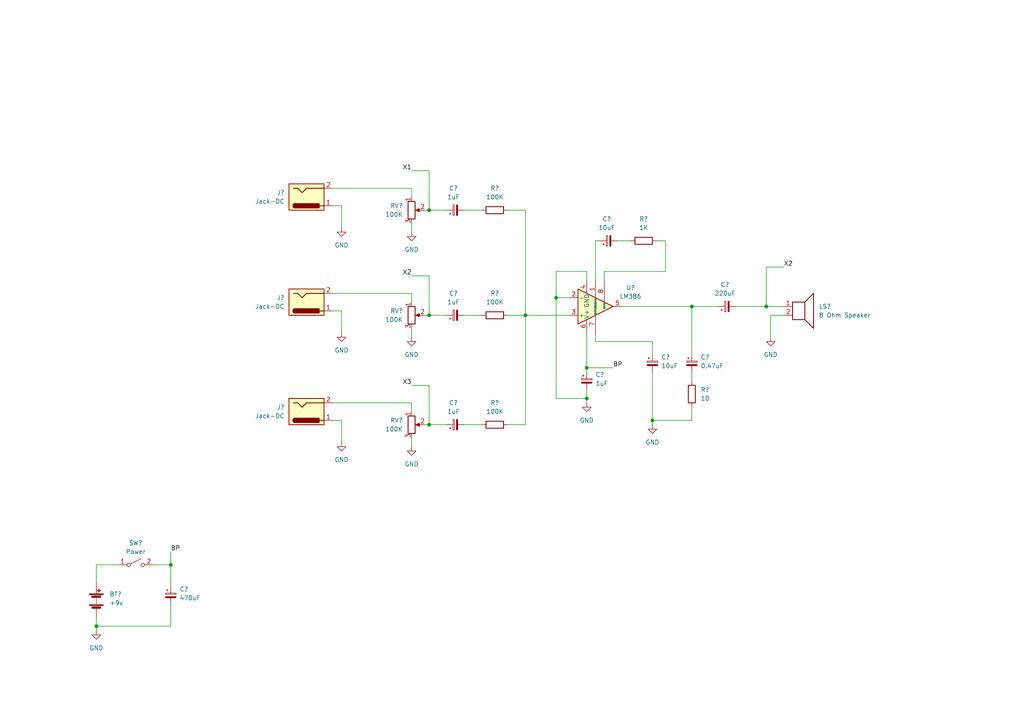
<source format=kicad_sch>
(kicad_sch (version 20211123) (generator eeschema)
  (paper "A4")
  (lib_symbols
    (symbol "Amplifier_Audio:LM386" (pin_names (offset 0.127))
      (property "Reference" "U" (at 1.27 7.62 0))
      (property "Value" "LM386" (at 1.27 5.08 0))
      (symbol "LM386_0_1"
        (polyline (pts (xy 5.08 0) (xy -5.08 5.08) (xy -5.08 -5.08) (xy 5.08 0)) (stroke (width 0.254)) (fill (type background)))
      )
      (symbol "LM386_1_1"
        (pin input line (at 0 -7.62 90) (length 5.08) (name "GAIN") (number "1"))
        (pin input line (at -7.62 -2.54 0) (length 2.54) (name "-") (number "2"))
        (pin input line (at -7.62 2.54 0) (length 2.54) (name "+") (number "3"))
        (pin power_in line (at -2.54 -7.62 90) (length 3.81) (name "GND") (number "4"))
        (pin output line (at 7.62 0 180) (length 2.54) (name "~") (number "5"))
        (pin power_in line (at -2.54 7.62 270) (length 3.81) (name "V+") (number "6"))
        (pin input line (at 0 7.62 270) (length 5.08) (name "BYPASS") (number "7"))
        (pin input line (at 2.54 -7.62 90) (length 6.35) (name "GAIN") (number "8"))
      )
    )
    (symbol "Connector:Jack-DC" (pin_names (offset 1.016))
      (property "Reference" "J" (at 0 5.334 0))
      (property "Value" "Jack-DC" (at 0 -5.08 0))
      (symbol "Jack-DC_0_1"
        (rectangle (start -5.08 3.81) (end 5.08 -3.81) (stroke (width 0.254)) (fill (type background)))
        (arc (start -3.302 3.175) (mid -3.937 2.54) (end -3.302 1.905) (stroke (width 0.254)))
        (arc (start -3.302 3.175) (mid -3.937 2.54) (end -3.302 1.905) (stroke (width 0.254)) (fill (type outline)))
        (polyline (pts (xy 5.08 2.54) (xy 3.81 2.54)) (stroke (width 0.254)))
        (polyline (pts (xy -3.81 -2.54) (xy -2.54 -2.54) (xy -1.27 -1.27) (xy 0 -2.54) (xy 2.54 -2.54) (xy 5.08 -2.54)) (stroke (width 0.254)))
        (rectangle (start 3.683 3.175) (end -3.302 1.905) (stroke (width 0.254)) (fill (type outline)))
      )
      (symbol "Jack-DC_1_1"
        (pin passive line (at 7.62 2.54 180) (length 2.54) (name "~") (number "1"))
        (pin passive line (at 7.62 -2.54 180) (length 2.54) (name "~") (number "2"))
      )
    )
    (symbol "Device:Battery" (pin_numbers hide) (pin_names (offset 0) hide)
      (property "Reference" "BT" (at 2.54 2.54 0))
      (property "Value" "Battery" (at 2.54 0 0))
      (symbol "Battery_0_1"
        (rectangle (start -2.032 -1.397) (end 2.032 -1.651) (fill (type outline)))
        (rectangle (start -2.032 1.778) (end 2.032 1.524) (fill (type outline)))
        (rectangle (start -1.3208 -1.9812) (end 1.27 -2.4892) (fill (type outline)))
        (rectangle (start -1.3208 1.1938) (end 1.27 0.6858) (fill (type outline)))
        (polyline (pts (xy 0 -1.524) (xy 0 -1.27)))
        (polyline (pts (xy 0 -1.016) (xy 0 -0.762)))
        (polyline (pts (xy 0 -0.508) (xy 0 -0.254)))
        (polyline (pts (xy 0 0) (xy 0 0.254)))
        (polyline (pts (xy 0 0.508) (xy 0 0.762)))
        (polyline (pts (xy 0 1.778) (xy 0 2.54)))
        (polyline (pts (xy 0.254 2.667) (xy 1.27 2.667)) (stroke (width 0.254)))
        (polyline (pts (xy 0.762 3.175) (xy 0.762 2.159)) (stroke (width 0.254)))
      )
      (symbol "Battery_1_1"
        (pin passive line (at 0 5.08 270) (length 2.54) (name "+") (number "1"))
        (pin passive line (at 0 -5.08 90) (length 2.54) (name "-") (number "2"))
      )
    )
    (symbol "Device:C_Polarized_Small" (pin_numbers hide) (pin_names (offset 0.254) hide)
      (property "Reference" "C" (at 0.254 1.778 0))
      (property "Value" "C_Polarized_Small" (at 0.254 -2.032 0))
      (symbol "C_Polarized_Small_0_1"
        (rectangle (start -1.524 -0.3048) (end 1.524 -0.6858) (fill (type outline)))
        (rectangle (start -1.524 0.6858) (end 1.524 0.3048))
        (polyline (pts (xy -1.27 1.524) (xy -0.762 1.524)))
        (polyline (pts (xy -1.016 1.27) (xy -1.016 1.778)))
      )
      (symbol "C_Polarized_Small_1_1"
        (pin passive line (at 0 2.54 270) (length 1.8542) (name "~") (number "1"))
        (pin passive line (at 0 -2.54 90) (length 1.8542) (name "~") (number "2"))
      )
    )
    (symbol "Device:R" (pin_numbers hide) (pin_names (offset 0))
      (property "Reference" "R" (at 2.032 0 90))
      (property "Value" "R" (at 0 0 90))
      (symbol "R_0_1"
        (rectangle (start -1.016 -2.54) (end 1.016 2.54) (stroke (width 0.254)))
      )
      (symbol "R_1_1"
        (pin passive line (at 0 3.81 270) (length 1.27) (name "~") (number "1"))
        (pin passive line (at 0 -3.81 90) (length 1.27) (name "~") (number "2"))
      )
    )
    (symbol "Device:R_Potentiometer" (pin_names (offset 1.016) hide)
      (property "Reference" "RV" (at -4.445 0 90))
      (property "Value" "R_Potentiometer" (at -2.54 0 90))
      (symbol "R_Potentiometer_0_1"
        (polyline (pts (xy 2.54 0) (xy 1.524 0)))
        (polyline (pts (xy 1.143 0) (xy 2.286 0.508) (xy 2.286 -0.508) (xy 1.143 0)) (fill (type outline)))
        (rectangle (start 1.016 2.54) (end -1.016 -2.54) (stroke (width 0.254)))
      )
      (symbol "R_Potentiometer_1_1"
        (pin passive line (at 0 3.81 270) (length 1.27) (name "1") (number "1"))
        (pin passive line (at 3.81 0 180) (length 1.27) (name "2") (number "2"))
        (pin passive line (at 0 -3.81 90) (length 1.27) (name "3") (number "3"))
      )
    )
    (symbol "Device:Speaker" (pin_names (offset 0) hide)
      (property "Reference" "LS" (at 1.27 5.715 0))
      (property "Value" "Speaker" (at 1.27 3.81 0))
      (symbol "Speaker_0_0"
        (rectangle (start -2.54 1.27) (end 1.016 -3.81) (stroke (width 0.254)))
        (polyline (pts (xy 1.016 1.27) (xy 3.556 3.81) (xy 3.556 -6.35) (xy 1.016 -3.81)) (stroke (width 0.254)))
      )
      (symbol "Speaker_1_1"
        (pin input line (at -5.08 0 0) (length 2.54) (name "1") (number "1"))
        (pin input line (at -5.08 -2.54 0) (length 2.54) (name "2") (number "2"))
      )
    )
    (symbol "Switch:SW_SPST" (pin_names (offset 0) hide)
      (property "Reference" "SW" (at 0 3.175 0))
      (property "Value" "SW_SPST" (at 0 -2.54 0))
      (symbol "SW_SPST_0_0"
        (circle (center -2.032 0) (radius 0.508))
        (polyline (pts (xy -1.524 0.254) (xy 1.524 1.778)))
        (circle (center 2.032 0) (radius 0.508))
      )
      (symbol "SW_SPST_1_1"
        (pin passive line (at -5.08 0 0) (length 2.54) (name "A") (number "1"))
        (pin passive line (at 5.08 0 180) (length 2.54) (name "B") (number "2"))
      )
    )
    (symbol "power:GND" (power) (pin_names (offset 0))
      (property "Value" "GND" (at 0 -3.81 0))
      (symbol "GND_0_1"
        (polyline (pts (xy 0 0) (xy 0 -1.27) (xy 1.27 -1.27) (xy 0 -2.54) (xy -1.27 -1.27) (xy 0 -1.27)))
      )
      (symbol "GND_1_1"
        (pin power_in line (at 0 0 270) (length 0) hide (name "GND") (number "1"))
      )
    )
  )
  (junction (at 200.66 88.9))
  (junction (at 124.46 123.19))
  (junction (at 27.94 181.61))
  (junction (at 161.29 86.36))
  (junction (at 152.4 91.44))
  (junction (at 49.53 163.83))
  (junction (at 170.18 115.57))
  (junction (at 222.25 88.9))
  (junction (at 189.23 121.92))
  (junction (at 170.18 106.68))
  (junction (at 124.46 60.96))
  (junction (at 124.46 91.44))
  (wire (pts (xy 170.18 78.74) (xy 161.29 78.74)))
  (wire (pts (xy 222.25 77.47) (xy 227.33 77.47)))
  (wire (pts (xy 193.04 78.74) (xy 175.26 78.74)))
  (wire (pts (xy 119.38 111.76) (xy 124.46 111.76)))
  (wire (pts (xy 189.23 107.95) (xy 189.23 121.92)))
  (wire (pts (xy 170.18 115.57) (xy 170.18 116.84)))
  (wire (pts (xy 170.18 96.52) (xy 170.18 106.68)))
  (wire (pts (xy 134.62 60.96) (xy 139.7 60.96)))
  (wire (pts (xy 170.18 106.68) (xy 177.8 106.68)))
  (wire (pts (xy 119.38 64.77) (xy 119.38 67.31)))
  (wire (pts (xy 152.4 91.44) (xy 152.4 123.19)))
  (wire (pts (xy 96.52 90.17) (xy 99.06 90.17)))
  (wire (pts (xy 123.19 91.44) (xy 124.46 91.44)))
  (wire (pts (xy 96.52 116.84) (xy 119.38 116.84)))
  (wire (pts (xy 124.46 123.19) (xy 124.46 111.76)))
  (wire (pts (xy 170.18 113.03) (xy 170.18 115.57)))
  (wire (pts (xy 189.23 123.19) (xy 189.23 121.92)))
  (wire (pts (xy 99.06 121.92) (xy 99.06 128.27)))
  (wire (pts (xy 200.66 121.92) (xy 200.66 118.11)))
  (wire (pts (xy 200.66 88.9) (xy 208.28 88.9)))
  (wire (pts (xy 96.52 85.09) (xy 119.38 85.09)))
  (wire (pts (xy 123.19 60.96) (xy 124.46 60.96)))
  (wire (pts (xy 172.72 69.85) (xy 172.72 81.28)))
  (wire (pts (xy 152.4 91.44) (xy 165.1 91.44)))
  (wire (pts (xy 200.66 88.9) (xy 200.66 102.87)))
  (wire (pts (xy 170.18 81.28) (xy 170.18 78.74)))
  (wire (pts (xy 193.04 69.85) (xy 193.04 78.74)))
  (wire (pts (xy 179.07 69.85) (xy 182.88 69.85)))
  (wire (pts (xy 99.06 90.17) (xy 99.06 96.52)))
  (wire (pts (xy 172.72 69.85) (xy 173.99 69.85)))
  (wire (pts (xy 170.18 106.68) (xy 170.18 107.95)))
  (wire (pts (xy 189.23 121.92) (xy 200.66 121.92)))
  (wire (pts (xy 213.36 88.9) (xy 222.25 88.9)))
  (wire (pts (xy 172.72 99.06) (xy 189.23 99.06)))
  (wire (pts (xy 200.66 107.95) (xy 200.66 110.49)))
  (wire (pts (xy 119.38 57.15) (xy 119.38 54.61)))
  (wire (pts (xy 49.53 181.61) (xy 49.53 175.26)))
  (wire (pts (xy 175.26 78.74) (xy 175.26 81.28)))
  (wire (pts (xy 27.94 168.91) (xy 27.94 163.83)))
  (wire (pts (xy 172.72 96.52) (xy 172.72 99.06)))
  (wire (pts (xy 96.52 121.92) (xy 99.06 121.92)))
  (wire (pts (xy 123.19 123.19) (xy 124.46 123.19)))
  (wire (pts (xy 119.38 87.63) (xy 119.38 85.09)))
  (wire (pts (xy 190.5 69.85) (xy 193.04 69.85)))
  (wire (pts (xy 96.52 59.69) (xy 99.06 59.69)))
  (wire (pts (xy 161.29 86.36) (xy 161.29 115.57)))
  (wire (pts (xy 152.4 60.96) (xy 152.4 91.44)))
  (wire (pts (xy 27.94 163.83) (xy 34.29 163.83)))
  (wire (pts (xy 27.94 181.61) (xy 27.94 182.88)))
  (wire (pts (xy 147.32 60.96) (xy 152.4 60.96)))
  (wire (pts (xy 147.32 91.44) (xy 152.4 91.44)))
  (wire (pts (xy 99.06 59.69) (xy 99.06 66.04)))
  (wire (pts (xy 161.29 115.57) (xy 170.18 115.57)))
  (wire (pts (xy 124.46 60.96) (xy 129.54 60.96)))
  (wire (pts (xy 27.94 181.61) (xy 49.53 181.61)))
  (wire (pts (xy 49.53 163.83) (xy 49.53 170.18)))
  (wire (pts (xy 49.53 160.02) (xy 49.53 163.83)))
  (wire (pts (xy 44.45 163.83) (xy 49.53 163.83)))
  (wire (pts (xy 134.62 123.19) (xy 139.7 123.19)))
  (wire (pts (xy 119.38 80.01) (xy 124.46 80.01)))
  (wire (pts (xy 222.25 88.9) (xy 227.33 88.9)))
  (wire (pts (xy 119.38 119.38) (xy 119.38 116.84)))
  (wire (pts (xy 189.23 99.06) (xy 189.23 102.87)))
  (wire (pts (xy 124.46 123.19) (xy 129.54 123.19)))
  (wire (pts (xy 119.38 49.53) (xy 124.46 49.53)))
  (wire (pts (xy 124.46 91.44) (xy 124.46 80.01)))
  (wire (pts (xy 223.52 91.44) (xy 223.52 97.79)))
  (wire (pts (xy 96.52 54.61) (xy 119.38 54.61)))
  (wire (pts (xy 227.33 91.44) (xy 223.52 91.44)))
  (wire (pts (xy 161.29 78.74) (xy 161.29 86.36)))
  (wire (pts (xy 27.94 179.07) (xy 27.94 181.61)))
  (wire (pts (xy 165.1 86.36) (xy 161.29 86.36)))
  (wire (pts (xy 119.38 127) (xy 119.38 129.54)))
  (wire (pts (xy 119.38 95.25) (xy 119.38 97.79)))
  (wire (pts (xy 152.4 123.19) (xy 147.32 123.19)))
  (wire (pts (xy 124.46 60.96) (xy 124.46 49.53)))
  (wire (pts (xy 222.25 88.9) (xy 222.25 77.47)))
  (wire (pts (xy 124.46 91.44) (xy 129.54 91.44)))
  (wire (pts (xy 134.62 91.44) (xy 139.7 91.44)))
  (wire (pts (xy 180.34 88.9) (xy 200.66 88.9)))
  (label "X1" (at 119.38 49.53 180))
  (label "X2" (at 227.33 77.47 0))
  (label "X2" (at 119.38 80.01 180))
  (label "X3" (at 119.38 111.76 180))
  (label "BP" (at 49.53 160.02 0))
  (label "BP" (at 177.8 106.68 0))
  (symbol (lib_id "power:GND") (at 189.23 123.19 0) (unit 1)
    (property "Reference" "#PWR?" (effects hide))
    (property "Value" "GND" (at 189.23 128.27 0))
  )
  (symbol (lib_id "Switch:SW_SPST") (at 39.37 163.83 0) (unit 1)
    (property "Reference" "SW?" (at 39.37 157.48 0))
    (property "Value" "Power" (at 39.37 160.02 0))
  )
  (symbol (lib_id "Device:R") (at 186.69 69.85 90) (unit 1)
    (property "Reference" "R?" (at 186.69 63.5 90))
    (property "Value" "1K" (at 186.69 66.04 90))
  )
  (symbol (lib_id "Device:C_Polarized_Small") (at 189.23 105.41 0) (unit 1)
    (property "Reference" "C?" (at 191.77 103.5938 0) (effects (justify left)))
    (property "Value" "10uF" (at 191.77 106.1338 0) (effects (justify left)))
  )
  (symbol (lib_id "Device:R") (at 143.51 123.19 90) (unit 1)
    (property "Reference" "R?" (at 143.51 116.84 90))
    (property "Value" "100K" (at 143.51 119.38 90))
  )
  (symbol (lib_id "Device:Battery") (at 27.94 173.99 0) (unit 1)
    (property "Reference" "BT?" (at 31.75 172.3389 0) (effects (justify left)))
    (property "Value" "+9v" (at 31.75 174.8789 0) (effects (justify left)))
  )
  (symbol (lib_id "Device:R") (at 200.66 114.3 0) (unit 1)
    (property "Reference" "R?" (at 203.2 113.0299 0) (effects (justify left)))
    (property "Value" "10" (at 203.2 115.5699 0) (effects (justify left)))
  )
  (symbol (lib_id "power:GND") (at 170.18 116.84 0) (unit 1)
    (property "Reference" "#PWR?" (effects hide))
    (property "Value" "GND" (at 170.18 121.92 0))
  )
  (symbol (lib_id "Connector:Jack-DC") (at 88.9 57.15 0) (mirror x) (unit 1)
    (property "Reference" "J?" (at 82.55 55.8799 0) (effects (justify right)))
    (property "Value" "Jack-DC" (at 82.55 58.4199 0) (effects (justify right)))
  )
  (symbol (lib_id "Device:C_Polarized_Small") (at 132.08 91.44 90) (unit 1)
    (property "Reference" "C?" (at 131.5339 85.09 90))
    (property "Value" "1uF" (at 131.5339 87.63 90))
  )
  (symbol (lib_id "Device:C_Polarized_Small") (at 176.53 69.85 90) (unit 1)
    (property "Reference" "C?" (at 175.9839 63.5 90))
    (property "Value" "10uF" (at 175.9839 66.04 90))
  )
  (symbol (lib_id "power:GND") (at 119.38 97.79 0) (unit 1)
    (property "Reference" "#PWR?" (effects hide))
    (property "Value" "GND" (at 119.38 102.87 0))
  )
  (symbol (lib_id "Device:C_Polarized_Small") (at 132.08 123.19 90) (unit 1)
    (property "Reference" "C?" (at 131.5339 116.84 90))
    (property "Value" "1uF" (at 131.5339 119.38 90))
  )
  (symbol (lib_id "Connector:Jack-DC") (at 88.9 119.38 0) (mirror x) (unit 1)
    (property "Reference" "J?" (at 82.55 118.1099 0) (effects (justify right)))
    (property "Value" "Jack-DC" (at 82.55 120.6499 0) (effects (justify right)))
  )
  (symbol (lib_id "Device:R_Potentiometer") (at 119.38 91.44 0) (unit 1)
    (property "Reference" "RV?" (at 116.84 90.1699 0) (effects (justify right)))
    (property "Value" "100K" (at 116.84 92.7099 0) (effects (justify right)))
  )
  (symbol (lib_id "power:GND") (at 119.38 129.54 0) (unit 1)
    (property "Reference" "#PWR?" (effects hide))
    (property "Value" "GND" (at 119.38 134.62 0))
  )
  (symbol (lib_id "Device:R") (at 143.51 91.44 90) (unit 1)
    (property "Reference" "R?" (at 143.51 85.09 90))
    (property "Value" "100K" (at 143.51 87.63 90))
  )
  (symbol (lib_id "Connector:Jack-DC") (at 88.9 87.63 0) (mirror x) (unit 1)
    (property "Reference" "J?" (at 82.55 86.3599 0) (effects (justify right)))
    (property "Value" "Jack-DC" (at 82.55 88.8999 0) (effects (justify right)))
  )
  (symbol (lib_id "Device:R_Potentiometer") (at 119.38 60.96 0) (unit 1)
    (property "Reference" "RV?" (at 116.84 59.6899 0) (effects (justify right)))
    (property "Value" "100K" (at 116.84 62.2299 0) (effects (justify right)))
  )
  (symbol (lib_id "power:GND") (at 99.06 128.27 0) (unit 1)
    (property "Reference" "#PWR?" (effects hide))
    (property "Value" "GND" (at 99.06 133.35 0))
  )
  (symbol (lib_id "power:GND") (at 27.94 182.88 0) (unit 1)
    (property "Reference" "#PWR?" (effects hide))
    (property "Value" "GND" (at 27.94 187.96 0))
  )
  (symbol (lib_id "Device:C_Polarized_Small") (at 200.66 105.41 0) (unit 1)
    (property "Reference" "C?" (at 203.2 103.5938 0) (effects (justify left)))
    (property "Value" "0.47uF" (at 203.2 106.1338 0) (effects (justify left)))
  )
  (symbol (lib_id "Device:R") (at 143.51 60.96 90) (unit 1)
    (property "Reference" "R?" (at 143.51 54.61 90))
    (property "Value" "100K" (at 143.51 57.15 90))
  )
  (symbol (lib_id "power:GND") (at 119.38 67.31 0) (unit 1)
    (property "Reference" "#PWR?" (effects hide))
    (property "Value" "GND" (at 119.38 72.39 0))
  )
  (symbol (lib_id "power:GND") (at 223.52 97.79 0) (unit 1)
    (property "Reference" "#PWR?" (effects hide))
    (property "Value" "GND" (at 223.52 102.87 0))
  )
  (symbol (lib_id "Device:C_Polarized_Small") (at 210.82 88.9 90) (unit 1)
    (property "Reference" "C?" (at 210.2739 82.55 90))
    (property "Value" "220uF" (at 210.2739 85.09 90))
  )
  (symbol (lib_id "Device:C_Polarized_Small") (at 132.08 60.96 90) (unit 1)
    (property "Reference" "C?" (at 131.5339 54.61 90))
    (property "Value" "1uF" (at 131.5339 57.15 90))
  )
  (symbol (lib_id "Device:C_Polarized_Small") (at 170.18 110.49 0) (unit 1)
    (property "Reference" "C?" (at 172.72 108.6738 0) (effects (justify left)))
    (property "Value" "1uF" (at 172.72 111.2138 0) (effects (justify left)))
  )
  (symbol (lib_id "Device:Speaker") (at 232.41 88.9 0) (unit 1)
    (property "Reference" "LS?" (at 237.49 88.8999 0) (effects (justify left)))
    (property "Value" "8 Ohm Speaker" (at 237.49 91.4399 0) (effects (justify left)))
  )
  (symbol (lib_id "power:GND") (at 99.06 66.04 0) (unit 1)
    (property "Reference" "#PWR?" (effects hide))
    (property "Value" "GND" (at 99.06 71.12 0))
  )
  (symbol (lib_id "Device:C_Polarized_Small") (at 49.53 172.72 0) (unit 1)
    (property "Reference" "C?" (at 52.07 170.9038 0) (effects (justify left)))
    (property "Value" "470uF" (at 52.07 173.4438 0) (effects (justify left)))
  )
  (symbol (lib_id "Amplifier_Audio:LM386") (at 172.72 88.9 0) (mirror x) (unit 1)
    (property "Reference" "U?" (at 182.88 83.4388 0))
    (property "Value" "LM386" (at 182.88 85.9788 0))
    (property "Datasheet" "http://www.ti.com/lit/ds/symlink/lm386.pdf" (effects hide))
  )
  (symbol (lib_id "power:GND") (at 99.06 96.52 0) (unit 1)
    (property "Reference" "#PWR?" (effects hide))
    (property "Value" "GND" (at 99.06 101.6 0))
  )
  (symbol (lib_id "Device:R_Potentiometer") (at 119.38 123.19 0) (unit 1)
    (property "Reference" "RV?" (at 116.84 121.9199 0) (effects (justify right)))
    (property "Value" "100K" (at 116.84 124.4599 0) (effects (justify right)))
  )
)
</source>
